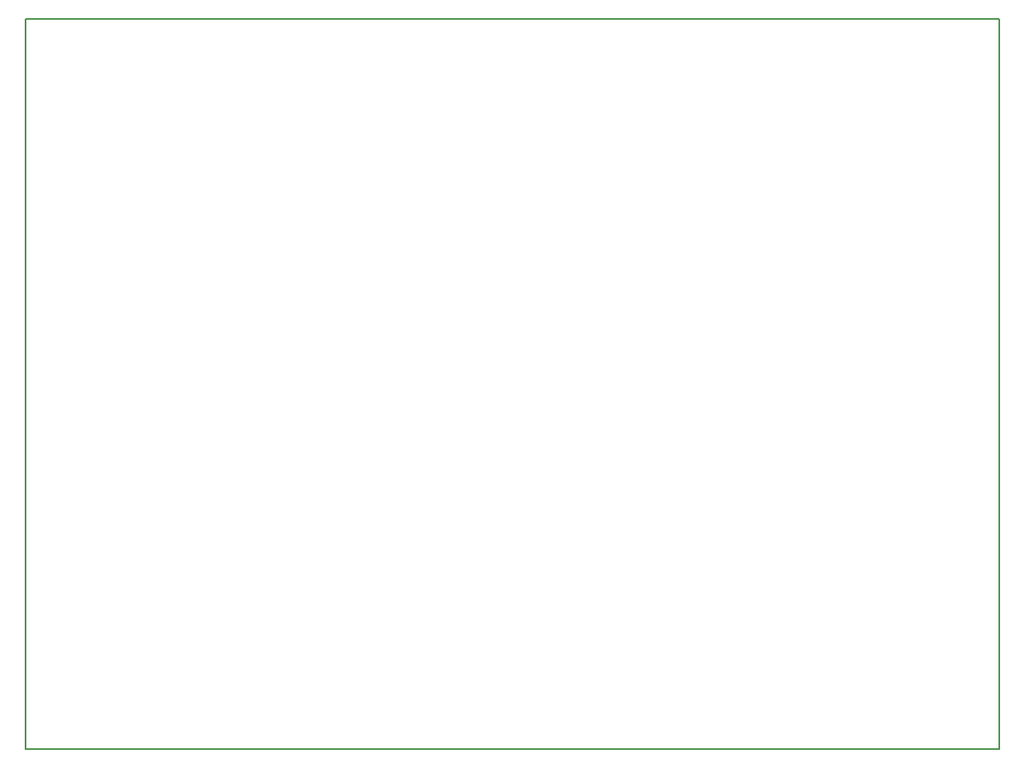
<source format=gko>
G04 #@! TF.GenerationSoftware,KiCad,Pcbnew,7.0.6-0*
G04 #@! TF.CreationDate,2024-02-18T10:46:18+09:00*
G04 #@! TF.ProjectId,KZ80-TMS9918A,4b5a3830-2d54-44d5-9339-393138412e6b,rev?*
G04 #@! TF.SameCoordinates,PX5f5e100PY7735940*
G04 #@! TF.FileFunction,Profile,NP*
%FSLAX46Y46*%
G04 Gerber Fmt 4.6, Leading zero omitted, Abs format (unit mm)*
G04 Created by KiCad (PCBNEW 7.0.6-0) date 2024-02-18 10:46:18*
%MOMM*%
%LPD*%
G01*
G04 APERTURE LIST*
G04 #@! TA.AperFunction,Profile*
%ADD10C,0.200000*%
G04 #@! TD*
G04 APERTURE END LIST*
D10*
X100000000Y0D02*
X100000000Y75000000D01*
X0Y75000000D02*
X0Y0D01*
X100000000Y75000000D02*
X0Y75000000D01*
X0Y0D02*
X100000000Y0D01*
M02*

</source>
